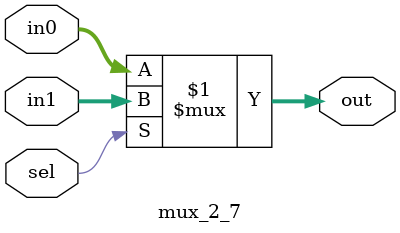
<source format=v>
module mux_2_7(sel, in0, in1, out);
	input sel;
	input [7:0] in0,in1;
	output [7:0] out;
	assign out = sel ? in1 : in0;
endmodule

</source>
